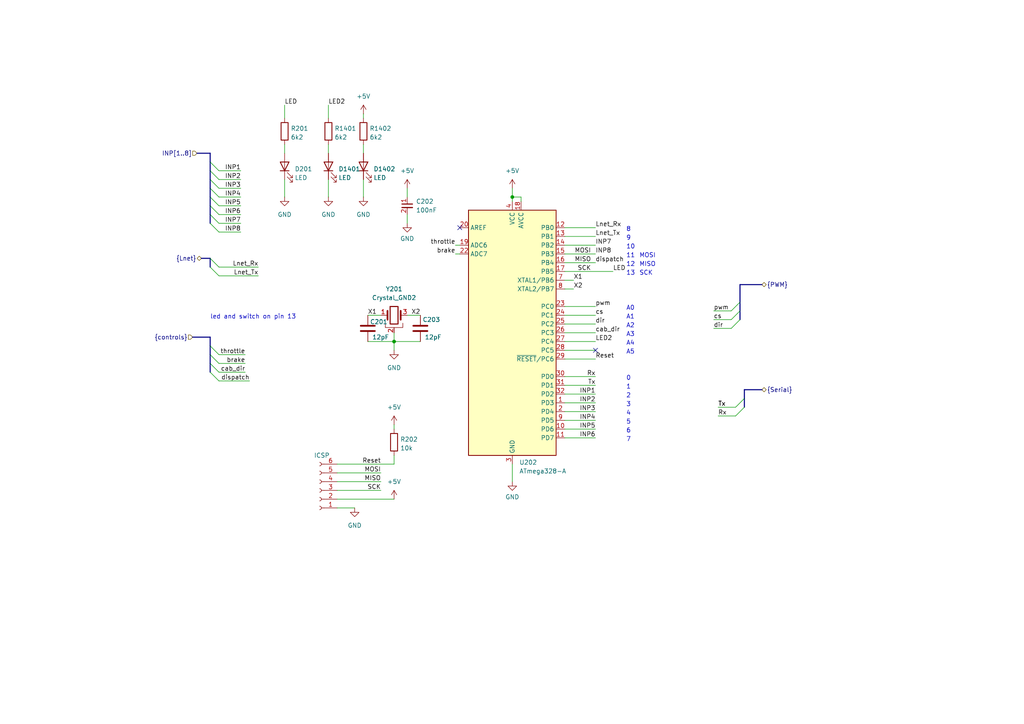
<source format=kicad_sch>
(kicad_sch (version 20231120) (generator "eeschema") (generator_version "8.0")
  (paper "A4")
  (lib_symbols
    (symbol "+5V_1" (power) (pin_numbers hide) (pin_names (offset 0) hide)
      (property "Value" "+5V" (at 0 3.556 0))
      (symbol "+5V_1_0_1"
        (polyline (pts (xy -0.762 1.27) (xy 0 2.54)))
        (polyline (pts (xy 0 0) (xy 0 2.54)))
        (polyline (pts (xy 0 2.54) (xy 0.762 1.27)))
      )
      (symbol "+5V_1_1_1"
        (pin power_in line (at 0 0 90) (length 0) (name "~") (number "1"))
      )
    )
    (symbol "Connector:Conn_01x06_Socket" (pin_names (offset 1.016) hide)
      (property "Reference" "J" (at 0 7.62 0))
      (property "Value" "Conn_01x06_Socket" (at 0 -10.16 0))
      (symbol "Conn_01x06_Socket_1_1"
        (arc (start 0 -7.112) (mid -0.5058 -7.62) (end 0 -8.128) (stroke (width 0.1524)))
        (arc (start 0 -4.572) (mid -0.5058 -5.08) (end 0 -5.588) (stroke (width 0.1524)))
        (arc (start 0 -2.032) (mid -0.5058 -2.54) (end 0 -3.048) (stroke (width 0.1524)))
        (polyline (pts (xy -1.27 -7.62) (xy -0.508 -7.62)) (stroke (width 0.1524)))
        (polyline (pts (xy -1.27 -5.08) (xy -0.508 -5.08)) (stroke (width 0.1524)))
        (polyline (pts (xy -1.27 -2.54) (xy -0.508 -2.54)) (stroke (width 0.1524)))
        (polyline (pts (xy -1.27 0) (xy -0.508 0)) (stroke (width 0.1524)))
        (polyline (pts (xy -1.27 2.54) (xy -0.508 2.54)) (stroke (width 0.1524)))
        (polyline (pts (xy -1.27 5.08) (xy -0.508 5.08)) (stroke (width 0.1524)))
        (arc (start 0 0.508) (mid -0.5058 0) (end 0 -0.508) (stroke (width 0.1524)))
        (arc (start 0 3.048) (mid -0.5058 2.54) (end 0 2.032) (stroke (width 0.1524)))
        (arc (start 0 5.588) (mid -0.5058 5.08) (end 0 4.572) (stroke (width 0.1524)))
        (pin passive line (at -5.08 5.08 0) (length 3.81) (name "Pin_1") (number "1"))
        (pin passive line (at -5.08 2.54 0) (length 3.81) (name "Pin_2") (number "2"))
        (pin passive line (at -5.08 0 0) (length 3.81) (name "Pin_3") (number "3"))
        (pin passive line (at -5.08 -2.54 0) (length 3.81) (name "Pin_4") (number "4"))
        (pin passive line (at -5.08 -5.08 0) (length 3.81) (name "Pin_5") (number "5"))
        (pin passive line (at -5.08 -7.62 0) (length 3.81) (name "Pin_6") (number "6"))
      )
    )
    (symbol "Device:C" (pin_numbers hide) (pin_names (offset 0.254))
      (property "Reference" "C" (at 0.635 2.54 0))
      (property "Value" "C" (at 0.635 -2.54 0))
      (symbol "C_0_1"
        (polyline (pts (xy -2.032 -0.762) (xy 2.032 -0.762)) (stroke (width 0.508)))
        (polyline (pts (xy -2.032 0.762) (xy 2.032 0.762)) (stroke (width 0.508)))
      )
      (symbol "C_1_1"
        (pin passive line (at 0 3.81 270) (length 2.794) (name "~") (number "1"))
        (pin passive line (at 0 -3.81 90) (length 2.794) (name "~") (number "2"))
      )
    )
    (symbol "Device:LED" (pin_numbers hide) (pin_names (offset 1.016) hide)
      (property "Reference" "D" (at 0 2.54 0))
      (property "Value" "LED" (at 0 -2.54 0))
      (symbol "LED_0_1"
        (polyline (pts (xy -1.27 -1.27) (xy -1.27 1.27)) (stroke (width 0.254)))
        (polyline (pts (xy -1.27 0) (xy 1.27 0)))
        (polyline (pts (xy 1.27 -1.27) (xy 1.27 1.27) (xy -1.27 0) (xy 1.27 -1.27)) (stroke (width 0.254)))
        (polyline (pts (xy -3.048 -0.762) (xy -4.572 -2.286) (xy -3.81 -2.286) (xy -4.572 -2.286) (xy -4.572 -1.524)))
        (polyline (pts (xy -1.778 -0.762) (xy -3.302 -2.286) (xy -2.54 -2.286) (xy -3.302 -2.286) (xy -3.302 -1.524)))
      )
      (symbol "LED_1_1"
        (pin passive line (at -3.81 0 0) (length 2.54) (name "K") (number "1"))
        (pin passive line (at 3.81 0 180) (length 2.54) (name "A") (number "2"))
      )
    )
    (symbol "Device:R" (pin_numbers hide) (pin_names (offset 0))
      (property "Reference" "R" (at 2.032 0 90))
      (property "Value" "R" (at 0 0 90))
      (symbol "R_0_1"
        (rectangle (start -1.016 -2.54) (end 1.016 2.54) (stroke (width 0.254)))
      )
      (symbol "R_1_1"
        (pin passive line (at 0 3.81 270) (length 1.27) (name "~") (number "1"))
        (pin passive line (at 0 -3.81 90) (length 1.27) (name "~") (number "2"))
      )
    )
    (symbol "GND_1" (power) (pin_names (offset 0))
      (property "Value" "GND_1" (at 0 -3.81 0))
      (symbol "GND_1_0_1"
        (polyline (pts (xy 0 0) (xy 0 -1.27) (xy 1.27 -1.27) (xy 0 -2.54) (xy -1.27 -1.27) (xy 0 -1.27)))
      )
      (symbol "GND_1_1_1"
        (pin power_in line (at 0 0 270) (length 0) hide (name "GND") (number "1"))
      )
    )
    (symbol "GND_2" (power) (pin_numbers hide) (pin_names (offset 0) hide)
      (property "Value" "GND" (at 0 -3.81 0))
      (symbol "GND_2_0_1"
        (polyline (pts (xy 0 0) (xy 0 -1.27) (xy 1.27 -1.27) (xy 0 -2.54) (xy -1.27 -1.27) (xy 0 -1.27)))
      )
      (symbol "GND_2_1_1"
        (pin power_in line (at 0 0 270) (length 0) (name "~") (number "1"))
      )
    )
    (symbol "MCU_Microchip_ATmega:ATmega328-A"
      (property "Reference" "U" (at -12.7 36.83 0))
      (property "Value" "ATmega328-A" (at 2.54 -36.83 0))
      (symbol "ATmega328-A_0_1"
        (rectangle (start -12.7 -35.56) (end 12.7 35.56) (stroke (width 0.254)) (fill (type background)))
      )
      (symbol "ATmega328-A_1_1"
        (pin bidirectional line (at 15.24 -20.32 180) (length 2.54) (name "PD3") (number "1"))
        (pin bidirectional line (at 15.24 -27.94 180) (length 2.54) (name "PD6") (number "10"))
        (pin bidirectional line (at 15.24 -30.48 180) (length 2.54) (name "PD7") (number "11"))
        (pin bidirectional line (at 15.24 30.48 180) (length 2.54) (name "PB0") (number "12"))
        (pin bidirectional line (at 15.24 27.94 180) (length 2.54) (name "PB1") (number "13"))
        (pin bidirectional line (at 15.24 25.4 180) (length 2.54) (name "PB2") (number "14"))
        (pin bidirectional line (at 15.24 22.86 180) (length 2.54) (name "PB3") (number "15"))
        (pin bidirectional line (at 15.24 20.32 180) (length 2.54) (name "PB4") (number "16"))
        (pin bidirectional line (at 15.24 17.78 180) (length 2.54) (name "PB5") (number "17"))
        (pin power_in line (at 2.54 38.1 270) (length 2.54) (name "AVCC") (number "18"))
        (pin input line (at -15.24 25.4 0) (length 2.54) (name "ADC6") (number "19"))
        (pin bidirectional line (at 15.24 -22.86 180) (length 2.54) (name "PD4") (number "2"))
        (pin passive line (at -15.24 30.48 0) (length 2.54) (name "AREF") (number "20"))
        (pin passive line (at 0 -38.1 90) (length 2.54) hide (name "GND") (number "21"))
        (pin input line (at -15.24 22.86 0) (length 2.54) (name "ADC7") (number "22"))
        (pin bidirectional line (at 15.24 7.62 180) (length 2.54) (name "PC0") (number "23"))
        (pin bidirectional line (at 15.24 5.08 180) (length 2.54) (name "PC1") (number "24"))
        (pin bidirectional line (at 15.24 2.54 180) (length 2.54) (name "PC2") (number "25"))
        (pin bidirectional line (at 15.24 0 180) (length 2.54) (name "PC3") (number "26"))
        (pin bidirectional line (at 15.24 -2.54 180) (length 2.54) (name "PC4") (number "27"))
        (pin bidirectional line (at 15.24 -5.08 180) (length 2.54) (name "PC5") (number "28"))
        (pin bidirectional line (at 15.24 -7.62 180) (length 2.54) (name "~{RESET}/PC6") (number "29"))
        (pin power_in line (at 0 -38.1 90) (length 2.54) (name "GND") (number "3"))
        (pin bidirectional line (at 15.24 -12.7 180) (length 2.54) (name "PD0") (number "30"))
        (pin bidirectional line (at 15.24 -15.24 180) (length 2.54) (name "PD1") (number "31"))
        (pin bidirectional line (at 15.24 -17.78 180) (length 2.54) (name "PD2") (number "32"))
        (pin power_in line (at 0 38.1 270) (length 2.54) (name "VCC") (number "4"))
        (pin passive line (at 0 -38.1 90) (length 2.54) hide (name "GND") (number "5"))
        (pin passive line (at 0 38.1 270) (length 2.54) hide (name "VCC") (number "6"))
        (pin bidirectional line (at 15.24 15.24 180) (length 2.54) (name "XTAL1/PB6") (number "7"))
        (pin bidirectional line (at 15.24 12.7 180) (length 2.54) (name "XTAL2/PB7") (number "8"))
        (pin bidirectional line (at 15.24 -25.4 180) (length 2.54) (name "PD5") (number "9"))
      )
    )
    (symbol "capacitor_miscellaneous:C_0402_100nF"
      (property "Reference" "U" (at 1.27 2.54 0))
      (property "Value" "100nF" (at 3.81 -2.54 0))
      (property "JLCPCB Part#" "C307331" (at 0 0 0))
      (symbol "C_0402_100nF_0_1"
        (polyline (pts (xy -1.524 -0.508) (xy 1.524 -0.508)) (stroke (width 0.3302)))
        (polyline (pts (xy -1.524 0.508) (xy 1.524 0.508)) (stroke (width 0.3048)))
      )
      (symbol "C_0402_100nF_1_1"
        (pin passive line (at 0 2.54 270) (length 2.032) (name "~") (number "1"))
        (pin passive line (at 0 -2.54 90) (length 2.032) (name "~") (number "2"))
      )
    )
    (symbol "custom_kicad_lib_sk:crystal_arduino" (pin_names (offset 1.016) hide)
      (property "Reference" "Y" (at 0 5.715 0))
      (property "Value" "Crystal_GND2" (at 0 3.81 0))
      (property "JLCPCB Part#" "C13738" (at 0 0 0))
      (symbol "crystal_arduino_0_1"
        (rectangle (start -1.143 2.54) (end 1.143 -2.54) (stroke (width 0.3048)))
        (polyline (pts (xy -2.54 0) (xy -1.905 0)))
        (polyline (pts (xy -1.905 -1.27) (xy -1.905 1.27)) (stroke (width 0.508)))
        (polyline (pts (xy 0 -3.81) (xy 0 -3.556)))
        (polyline (pts (xy 1.905 0) (xy 2.54 0)))
        (polyline (pts (xy 1.905 1.27) (xy 1.905 -1.27)) (stroke (width 0.508)))
        (polyline (pts (xy -2.54 -2.286) (xy -2.54 -3.556) (xy 2.54 -3.556) (xy 2.54 -2.286)))
      )
      (symbol "crystal_arduino_1_1"
        (pin passive line (at -3.81 0 0) (length 1.27) (name "1") (number "1"))
        (pin passive line (at 0 -5.08 90) (length 1.27) (name "GND") (number "2"))
        (pin passive line (at 3.81 0 180) (length 1.27) (name "3") (number "3"))
        (pin passive line (at 0 -5.08 90) (length 1.27) hide (name "GND") (number "4"))
      )
    )
    (symbol "power:+5V" (power) (pin_names (offset 0))
      (property "Value" "+5V" (at 0 3.556 0))
      (symbol "+5V_0_1"
        (polyline (pts (xy -0.762 1.27) (xy 0 2.54)))
        (polyline (pts (xy 0 0) (xy 0 2.54)))
        (polyline (pts (xy 0 2.54) (xy 0.762 1.27)))
      )
      (symbol "+5V_1_1"
        (pin power_in line (at 0 0 90) (length 0) hide (name "+5V") (number "1"))
      )
    )
    (symbol "power:GND" (power) (pin_names (offset 0))
      (property "Value" "GND" (at 0 -3.81 0))
      (symbol "GND_0_1"
        (polyline (pts (xy 0 0) (xy 0 -1.27) (xy 1.27 -1.27) (xy 0 -2.54) (xy -1.27 -1.27) (xy 0 -1.27)))
      )
      (symbol "GND_1_1"
        (pin power_in line (at 0 0 270) (length 0) hide (name "GND") (number "1"))
      )
    )
  )
  (junction (at 114.3 99.06))
  (junction (at 148.59 57.15))
  (no_connect (at 133.35 66.04))
  (no_connect (at 172.72 101.6))
  (bus_entry (at 212.09 95.25) (size 2.54 -2.54))
  (bus_entry (at 60.96 52.07) (size 2.54 2.54))
  (bus_entry (at 212.09 92.71) (size 2.54 -2.54))
  (bus_entry (at 63.5 80.01) (size -2.54 -2.54))
  (bus_entry (at 63.5 110.49) (size -2.54 -2.54))
  (bus_entry (at 63.5 107.95) (size -2.54 -2.54))
  (bus_entry (at 60.96 62.23) (size 2.54 2.54))
  (bus_entry (at 213.36 118.11) (size 2.54 -2.54))
  (bus_entry (at 60.96 49.53) (size 2.54 2.54))
  (bus_entry (at 60.96 57.15) (size 2.54 2.54))
  (bus_entry (at 60.96 46.99) (size 2.54 2.54))
  (bus_entry (at 213.36 120.65) (size 2.54 -2.54))
  (bus_entry (at 212.09 90.17) (size 2.54 -2.54))
  (bus_entry (at 63.5 77.47) (size -2.54 -2.54))
  (bus_entry (at 63.5 105.41) (size -2.54 -2.54))
  (bus_entry (at 63.5 102.87) (size -2.54 -2.54))
  (bus_entry (at 60.96 54.61) (size 2.54 2.54))
  (bus_entry (at 60.96 64.77) (size 2.54 2.54))
  (bus_entry (at 60.96 59.69) (size 2.54 2.54))
  (wire (pts (xy 105.41 52.07) (xy 105.41 57.15)))
  (wire (pts (xy 148.59 57.15) (xy 148.59 58.42)))
  (wire (pts (xy 63.5 77.47) (xy 74.93 77.47)))
  (wire (pts (xy 105.41 41.91) (xy 105.41 44.45)))
  (wire (pts (xy 63.5 107.95) (xy 71.12 107.95)))
  (bus (pts (xy 60.96 105.41) (xy 60.96 102.87)))
  (wire (pts (xy 63.5 49.53) (xy 69.85 49.53)))
  (wire (pts (xy 114.3 99.06) (xy 121.92 99.06)))
  (wire (pts (xy 95.25 52.07) (xy 95.25 57.15)))
  (wire (pts (xy 95.25 30.48) (xy 95.25 34.29)))
  (bus (pts (xy 60.96 59.69) (xy 60.96 62.23)))
  (bus (pts (xy 60.96 52.07) (xy 60.96 54.61)))
  (bus (pts (xy 215.9 113.03) (xy 215.9 115.57)))
  (wire (pts (xy 151.13 57.15) (xy 148.59 57.15)))
  (wire (pts (xy 163.83 99.06) (xy 172.72 99.06)))
  (wire (pts (xy 97.79 142.24) (xy 110.49 142.24)))
  (bus (pts (xy 214.63 90.17) (xy 214.63 92.71)))
  (wire (pts (xy 163.83 124.46) (xy 172.72 124.46)))
  (wire (pts (xy 110.49 91.44) (xy 106.68 91.44)))
  (wire (pts (xy 63.5 102.87) (xy 71.12 102.87)))
  (wire (pts (xy 95.25 41.91) (xy 95.25 44.45)))
  (wire (pts (xy 163.83 88.9) (xy 172.72 88.9)))
  (bus (pts (xy 60.96 62.23) (xy 60.96 64.77)))
  (bus (pts (xy 215.9 115.57) (xy 215.9 118.11)))
  (bus (pts (xy 220.98 82.55) (xy 214.63 82.55)))
  (wire (pts (xy 163.83 101.6) (xy 172.72 101.6)))
  (bus (pts (xy 60.96 100.33) (xy 60.96 97.79)))
  (wire (pts (xy 63.5 62.23) (xy 69.85 62.23)))
  (wire (pts (xy 63.5 57.15) (xy 69.85 57.15)))
  (bus (pts (xy 58.42 74.93) (xy 60.96 74.93)))
  (bus (pts (xy 60.96 49.53) (xy 60.96 52.07)))
  (wire (pts (xy 63.5 105.41) (xy 71.12 105.41)))
  (wire (pts (xy 82.55 52.07) (xy 82.55 57.15)))
  (wire (pts (xy 163.83 104.14) (xy 172.72 104.14)))
  (wire (pts (xy 163.83 83.82) (xy 166.37 83.82)))
  (wire (pts (xy 97.79 139.7) (xy 110.49 139.7)))
  (wire (pts (xy 148.59 134.62) (xy 148.59 139.7)))
  (bus (pts (xy 60.96 54.61) (xy 60.96 57.15)))
  (wire (pts (xy 163.83 121.92) (xy 172.72 121.92)))
  (bus (pts (xy 60.96 57.15) (xy 60.96 59.69)))
  (wire (pts (xy 132.08 71.12) (xy 133.35 71.12)))
  (wire (pts (xy 207.01 95.25) (xy 212.09 95.25)))
  (wire (pts (xy 114.3 132.08) (xy 114.3 134.62)))
  (wire (pts (xy 207.01 92.71) (xy 212.09 92.71)))
  (wire (pts (xy 63.5 67.31) (xy 69.85 67.31)))
  (wire (pts (xy 63.5 110.49) (xy 72.39 110.49)))
  (bus (pts (xy 60.96 97.79) (xy 55.88 97.79)))
  (wire (pts (xy 163.83 96.52) (xy 172.72 96.52)))
  (wire (pts (xy 82.55 41.91) (xy 82.55 44.45)))
  (wire (pts (xy 114.3 96.52) (xy 114.3 99.06)))
  (wire (pts (xy 118.11 91.44) (xy 121.92 91.44)))
  (bus (pts (xy 60.96 74.93) (xy 60.96 77.47)))
  (wire (pts (xy 132.08 73.66) (xy 133.35 73.66)))
  (wire (pts (xy 63.5 64.77) (xy 69.85 64.77)))
  (wire (pts (xy 97.79 137.16) (xy 110.49 137.16)))
  (wire (pts (xy 163.83 81.28) (xy 166.37 81.28)))
  (wire (pts (xy 163.83 127) (xy 172.72 127)))
  (bus (pts (xy 60.96 105.41) (xy 60.96 107.95)))
  (wire (pts (xy 148.59 54.61) (xy 148.59 57.15)))
  (wire (pts (xy 63.5 54.61) (xy 69.85 54.61)))
  (bus (pts (xy 214.63 82.55) (xy 214.63 87.63)))
  (wire (pts (xy 82.55 30.48) (xy 82.55 34.29)))
  (bus (pts (xy 60.96 44.45) (xy 60.96 46.99)))
  (wire (pts (xy 105.41 33.02) (xy 105.41 34.29)))
  (wire (pts (xy 63.5 59.69) (xy 69.85 59.69)))
  (bus (pts (xy 60.96 102.87) (xy 60.96 100.33)))
  (bus (pts (xy 57.15 44.45) (xy 60.96 44.45)))
  (wire (pts (xy 118.11 62.23) (xy 118.11 64.77)))
  (bus (pts (xy 60.96 46.99) (xy 60.96 49.53)))
  (wire (pts (xy 163.83 73.66) (xy 172.72 73.66)))
  (wire (pts (xy 114.3 123.19) (xy 114.3 124.46)))
  (wire (pts (xy 163.83 93.98) (xy 172.72 93.98)))
  (wire (pts (xy 163.83 68.58) (xy 172.72 68.58)))
  (wire (pts (xy 163.83 111.76) (xy 172.72 111.76)))
  (wire (pts (xy 106.68 99.06) (xy 114.3 99.06)))
  (wire (pts (xy 118.11 54.61) (xy 118.11 57.15)))
  (wire (pts (xy 163.83 109.22) (xy 172.72 109.22)))
  (wire (pts (xy 63.5 52.07) (xy 69.85 52.07)))
  (wire (pts (xy 163.83 114.3) (xy 172.72 114.3)))
  (wire (pts (xy 208.28 120.65) (xy 213.36 120.65)))
  (wire (pts (xy 97.79 147.32) (xy 102.87 147.32)))
  (wire (pts (xy 114.3 99.06) (xy 114.3 101.6)))
  (wire (pts (xy 163.83 78.74) (xy 177.8 78.74)))
  (wire (pts (xy 151.13 58.42) (xy 151.13 57.15)))
  (wire (pts (xy 207.01 90.17) (xy 212.09 90.17)))
  (wire (pts (xy 63.5 80.01) (xy 74.93 80.01)))
  (wire (pts (xy 97.79 144.78) (xy 114.3 144.78)))
  (wire (pts (xy 163.83 76.2) (xy 172.72 76.2)))
  (bus (pts (xy 214.63 87.63) (xy 214.63 90.17)))
  (wire (pts (xy 208.28 118.11) (xy 213.36 118.11)))
  (bus (pts (xy 220.98 113.03) (xy 215.9 113.03)))
  (wire (pts (xy 163.83 66.04) (xy 172.72 66.04)))
  (wire (pts (xy 97.79 134.62) (xy 114.3 134.62)))
  (wire (pts (xy 163.83 119.38) (xy 172.72 119.38)))
  (wire (pts (xy 163.83 91.44) (xy 172.72 91.44)))
  (wire (pts (xy 163.83 116.84) (xy 172.72 116.84)))
  (wire (pts (xy 163.83 71.12) (xy 172.72 71.12)))
  (text "8" (at 181.61 67.31 0) (effects (font (size 1.27 1.27)) (justify left bottom)))
  (text "A4" (at 181.61 100.33 0) (effects (font (size 1.27 1.27)) (justify left bottom)))
  (text "12" (at 181.61 77.47 0) (effects (font (size 1.27 1.27)) (justify left bottom)))
  (text "2" (at 181.61 115.57 0) (effects (font (size 1.27 1.27)) (justify left bottom)))
  (text "3" (at 181.61 118.11 0) (effects (font (size 1.27 1.27)) (justify left bottom)))
  (text "6" (at 181.61 125.73 0) (effects (font (size 1.27 1.27)) (justify left bottom)))
  (text "0" (at 181.61 110.49 0) (effects (font (size 1.27 1.27)) (justify left bottom)))
  (text "SCK" (at 185.42 80.01 0) (effects (font (size 1.27 1.27)) (justify left bottom)))
  (text "10" (at 181.61 72.39 0) (effects (font (size 1.27 1.27)) (justify left bottom)))
  (text "A5" (at 181.61 102.87 0) (effects (font (size 1.27 1.27)) (justify left bottom)))
  (text "A1" (at 181.61 92.71 0) (effects (font (size 1.27 1.27)) (justify left bottom)))
  (text "A3" (at 181.61 97.79 0) (effects (font (size 1.27 1.27)) (justify left bottom)))
  (text "7" (at 181.61 128.27 0) (effects (font (size 1.27 1.27)) (justify left bottom)))
  (text "A2" (at 181.61 95.25 0) (effects (font (size 1.27 1.27)) (justify left bottom)))
  (text "MISO" (at 185.42 77.47 0) (effects (font (size 1.27 1.27)) (justify left bottom)))
  (text "13" (at 181.61 80.01 0) (effects (font (size 1.27 1.27)) (justify left bottom)))
  (text "1" (at 181.61 113.03 0) (effects (font (size 1.27 1.27)) (justify left bottom)))
  (text "11" (at 181.61 74.93 0) (effects (font (size 1.27 1.27)) (justify left bottom)))
  (text "5" (at 181.61 123.19 0) (effects (font (size 1.27 1.27)) (justify left bottom)))
  (text "A0" (at 181.61 90.17 0) (effects (font (size 1.27 1.27)) (justify left bottom)))
  (text "MOSI" (at 185.42 74.93 0) (effects (font (size 1.27 1.27)) (justify left bottom)))
  (text "led and switch on pin 13" (at 60.96 92.71 0) (effects (font (size 1.27 1.27)) (justify left bottom)))
  (text "4" (at 181.61 120.65 0) (effects (font (size 1.27 1.27)) (justify left bottom)))
  (text "9" (at 181.61 69.85 0) (effects (font (size 1.27 1.27)) (justify left bottom)))
  (label "LED2" (at 172.72 99.06 0))
  (label "cab_dir" (at 172.72 96.52 0))
  (label "Rx" (at 208.28 120.65 0))
  (label "Reset" (at 110.49 134.62 180))
  (label "X1" (at 106.68 91.44 0))
  (label "X2" (at 166.37 83.82 0))
  (label "pwm" (at 207.01 90.17 0))
  (label "Tx" (at 208.28 118.11 0))
  (label "INP5" (at 172.72 124.46 180))
  (label "Tx" (at 208.28 118.11 0))
  (label "INP6" (at 172.72 127 180))
  (label "dispatch" (at 172.72 76.2 0))
  (label "throttle" (at 132.08 71.12 180))
  (label "LED2" (at 95.25 30.48 0))
  (label "cs" (at 172.72 91.44 0))
  (label "Rx" (at 172.72 109.22 180))
  (label "Reset" (at 172.72 104.14 0))
  (label "cab_dir" (at 71.12 107.95 180))
  (label "INP6" (at 69.85 62.23 180))
  (label "MOSI" (at 171.45 73.66 180))
  (label "Lnet_Tx" (at 74.93 80.01 180))
  (label "SCK" (at 110.49 142.24 180))
  (label "INP8" (at 69.85 67.31 180))
  (label "INP2" (at 69.85 52.07 180))
  (label "Tx" (at 172.72 111.76 180))
  (label "MISO" (at 110.49 139.7 180))
  (label "MOSI" (at 110.49 137.16 180))
  (label "pwm" (at 172.72 88.9 0))
  (label "brake" (at 71.12 105.41 180))
  (label "Lnet_Tx" (at 172.72 68.58 0))
  (label "LED" (at 177.8 78.74 0))
  (label "dir" (at 207.01 95.25 0))
  (label "Lnet_Rx" (at 74.93 77.47 180))
  (label "cs" (at 207.01 92.71 0))
  (label "INP7" (at 172.72 71.12 0))
  (label "X1" (at 166.37 81.28 0))
  (label "INP4" (at 172.72 121.92 180))
  (label "INP7" (at 69.85 64.77 180))
  (label "Lnet_Rx" (at 172.72 66.04 0))
  (label "throttle" (at 71.12 102.87 180))
  (label "INP8" (at 172.72 73.66 0))
  (label "SCK" (at 171.45 78.74 180))
  (label "INP3" (at 69.85 54.61 180))
  (label "INP5" (at 69.85 59.69 180))
  (label "MISO" (at 171.45 76.2 180))
  (label "LED" (at 82.55 30.48 0))
  (label "brake" (at 132.08 73.66 180))
  (label "INP3" (at 172.72 119.38 180))
  (label "INP4" (at 69.85 57.15 180))
  (label "INP1" (at 69.85 49.53 180))
  (label "dir" (at 172.72 93.98 0))
  (label "INP1" (at 172.72 114.3 180))
  (label "INP2" (at 172.72 116.84 180))
  (label "dispatch" (at 72.39 110.49 180))
  (label "X2" (at 121.92 91.44 180))
  (hierarchical_label "{Serial}" (shape bidirectional) (at 220.98 113.03 0))
  (hierarchical_label "{Lnet}" (shape bidirectional) (at 58.42 74.93 180))
  (hierarchical_label "INP[1..8]" (shape input) (at 57.15 44.45 180))
  (hierarchical_label "{PWM}" (shape bidirectional) (at 220.98 82.55 0))
  (hierarchical_label "{controls}" (shape input) (at 55.88 97.79 180))
  (symbol (lib_name "GND_1") (lib_id "power:GND") (at 114.3 101.6 0) (unit 1)
    (property "Reference" "#PWR0207" (effects (hide yes)))
    (property "Value" "GND" (at 114.3 106.68 0))
    (instances (project "atmega328" (path "" (reference "#PWR0207") (unit 1))) (project "CabControlPWM" (path "" (reference "#PWR0116") (unit 1))))
  )
  (symbol (lib_id "custom_kicad_lib_sk:crystal_arduino") (at 114.3 91.44 0) (unit 1)
    (property "Reference" "Y201" (at 114.3 83.82 0))
    (property "Value" "Crystal_GND2" (at 114.3 86.36 0))
    (property "Footprint" "custom_kicad_lib_sk:crystal_arduino" (effects (hide yes)))
    (property "JLCPCB Part#" "C13738" (effects (hide yes)))
    (instances (project "atmega328" (path "" (reference "Y201") (unit 1))) (project "CabControlPWM" (path "" (reference "Y201") (unit 1))) (project "general_schematics" (path "" (reference "Y?") (unit 1)) (path "" (reference "Y1401") (unit 1))))
  )
  (symbol (lib_id "Device:C") (at 121.92 95.25 180) (unit 1)
    (property "Reference" "C203" (at 122.555 92.71 0) (effects (justify right)))
    (property "Value" "12pF" (at 123.19 97.79 0) (effects (justify right)))
    (property "Footprint" "Capacitor_SMD:C_0603_1608Metric" (effects (hide yes)))
    (property "JLCPCB Part#" "C38523" (effects (hide yes)))
    (instances (project "atmega328" (path "" (reference "C203") (unit 1))) (project "CabControlPWM" (path "" (reference "C203") (unit 1))) (project "general_schematics" (path "" (reference "C?") (unit 1)) (path "" (reference "C1403") (unit 1))))
  )
  (symbol (lib_id "Device:R") (at 82.55 38.1 0) (unit 1)
    (property "Reference" "R201" (at 84.328 37.2653 0) (effects (justify left)))
    (property "Value" "6k2" (at 84.328 39.8022 0) (effects (justify left)))
    (property "Footprint" "Resistor_SMD:R_0603_1608Metric_Pad0.98x0.95mm_HandSolder" (effects (hide yes)))
    (property "JLCPCB Part#" "C4260" (effects (hide yes)))
    (instances (project "atmega328" (path "" (reference "R201") (unit 1))) (project "CabControlPWM" (path "" (reference "R201") (unit 1))) (project "general_schematics" (path "" (reference "R1401") (unit 1))))
  )
  (symbol (lib_id "MCU_Microchip_ATmega:ATmega328-A") (at 148.59 96.52 0) (unit 1)
    (property "Reference" "U202" (at 150.6094 134.1104 0) (effects (justify left)))
    (property "Value" "ATmega328-A" (at 150.6094 136.6473 0) (effects (justify left)))
    (property "Footprint" "Package_QFP:TQFP-32_7x7mm_P0.8mm" (effects (hide yes)))
    (property "Datasheet" "http://ww1.microchip.com/downloads/en/DeviceDoc/ATmega328_P%20AVR%20MCU%20with%20picoPower%20Technology%20Data%20Sheet%2040001984A.pdf" (effects (hide yes)))
    (property "JLCPCB Part#" "C14877" (effects (hide yes)))
    (instances (project "atmega328" (path "" (reference "U202") (unit 1))) (project "CabControlPWM" (path "" (reference "U202") (unit 1))) (project "general_schematics" (path "" (reference "U1402") (unit 1))))
  )
  (symbol (lib_id "Connector:Conn_01x06_Socket") (at 92.71 142.24 180) (unit 1)
    (property "Reference" "J202" (effects (hide yes)))
    (property "Value" "ICSP" (at 93.345 132.08 0))
    (property "Footprint" "Connector_PinHeader_2.54mm:PinHeader_1x06_P2.54mm_Vertical" (effects (hide yes)))
  )
  (symbol (lib_id "power:+5V") (at 148.59 54.61 0) (unit 1)
    (property "Reference" "#PWR0205" (effects (hide yes)))
    (property "Value" "+5V" (at 148.59 49.53 0))
    (instances (project "atmega328" (path "" (reference "#PWR0205") (unit 1))) (project "CabControlPWM" (path "" (reference "#PWR0118") (unit 1))))
  )
  (symbol (lib_id "power:GND") (at 118.11 64.77 0) (unit 1)
    (property "Reference" "#PWR0201" (effects (hide yes)))
    (property "Value" "GND" (at 118.11 69.2134 0))
    (instances (project "atmega328" (path "" (reference "#PWR0201") (unit 1))) (project "CabControlPWM" (path "" (reference "#PWR0120") (unit 1))) (project "general_schematics" (path "" (reference "#PWR0137") (unit 1))))
  )
  (symbol (lib_id "Device:C") (at 106.68 95.25 180) (unit 1)
    (property "Reference" "C201" (at 107.315 93.345 0) (effects (justify right)))
    (property "Value" "12pF" (at 107.95 97.79 0) (effects (justify right)))
    (property "Footprint" "Capacitor_SMD:C_0603_1608Metric" (effects (hide yes)))
    (property "JLCPCB Part#" "C38523" (effects (hide yes)))
    (instances (project "atmega328" (path "" (reference "C201") (unit 1))) (project "CabControlPWM" (path "" (reference "C201") (unit 1))) (project "general_schematics" (path "" (reference "C?") (unit 1)) (path "" (reference "C1401") (unit 1))))
  )
  (symbol (lib_name "+5V_1") (lib_id "power:+5V") (at 105.41 33.02 0) (unit 1)
    (property "Reference" "#PWR01404" (effects (hide yes)))
    (property "Value" "+5V" (at 105.41 27.94 0))
    (property "Description" "Power symbol creates a global label with name \"+5V\"" (effects (hide yes)))
  )
  (symbol (lib_id "Device:LED") (at 95.25 48.26 90) (unit 1)
    (property "Reference" "D1401" (at 98.171 49.0128 90) (effects (justify right)))
    (property "Value" "LED" (at 98.171 51.5497 90) (effects (justify right)))
    (property "Footprint" "LED_THT:LED_D3.0mm" (effects (hide yes)))
  )
  (symbol (lib_id "power:GND") (at 148.59 139.7 0) (unit 1)
    (property "Reference" "#PWR0202" (effects (hide yes)))
    (property "Value" "GND" (at 148.59 144.1434 0))
    (instances (project "atmega328" (path "" (reference "#PWR0202") (unit 1))) (project "CabControlPWM" (path "" (reference "#PWR0114") (unit 1))) (project "general_schematics" (path "" (reference "#PWR0138") (unit 1))))
  )
  (symbol (lib_id "Device:LED") (at 82.55 48.26 90) (unit 1)
    (property "Reference" "D201" (at 85.471 49.0128 90) (effects (justify right)))
    (property "Value" "LED" (at 85.471 51.5497 90) (effects (justify right)))
    (property "Footprint" "LED_THT:LED_D3.0mm" (effects (hide yes)))
    (instances (project "atmega328" (path "" (reference "D201") (unit 1))) (project "CabControlPWM" (path "" (reference "D201") (unit 1))) (project "general_schematics" (path "" (reference "D1401") (unit 1))))
  )
  (symbol (lib_name "GND_2") (lib_id "power:GND") (at 95.25 57.15 0) (unit 1)
    (property "Reference" "#PWR01402" (effects (hide yes)))
    (property "Value" "GND" (at 95.25 62.23 0))
    (property "Description" "Power symbol creates a global label with name \"GND\" , ground" (effects (hide yes)))
  )
  (symbol (lib_id "Device:R") (at 105.41 38.1 0) (unit 1)
    (property "Reference" "R1402" (at 107.188 37.2653 0) (effects (justify left)))
    (property "Value" "6k2" (at 107.188 39.8022 0) (effects (justify left)))
    (property "Footprint" "Resistor_SMD:R_0603_1608Metric_Pad0.98x0.95mm_HandSolder" (effects (hide yes)))
    (property "JLCPCB Part#" "C4260" (effects (hide yes)))
  )
  (symbol (lib_id "Device:R") (at 95.25 38.1 0) (unit 1)
    (property "Reference" "R1401" (at 97.028 37.2653 0) (effects (justify left)))
    (property "Value" "6k2" (at 97.028 39.8022 0) (effects (justify left)))
    (property "Footprint" "Resistor_SMD:R_0603_1608Metric_Pad0.98x0.95mm_HandSolder" (effects (hide yes)))
    (property "JLCPCB Part#" "C4260" (effects (hide yes)))
  )
  (symbol (lib_id "Device:R") (at 114.3 128.27 0) (unit 1)
    (property "Reference" "R202" (at 116.078 127.4353 0) (effects (justify left)))
    (property "Value" "10k" (at 116.078 129.9722 0) (effects (justify left)))
    (property "Footprint" "Resistor_SMD:R_0402_1005Metric_Pad0.72x0.64mm_HandSolder" (effects (hide yes)))
    (property "JLCPCB Part#" "C25744" (effects (hide yes)))
    (instances (project "atmega328" (path "" (reference "R202") (unit 1))) (project "CabControlPWM" (path "" (reference "R202") (unit 1))) (project "general_schematics" (path "" (reference "R1402") (unit 1))))
  )
  (symbol (lib_id "power:+5V") (at 114.3 144.78 0) (unit 1)
    (property "Reference" "#PWR014001" (effects (hide yes)))
    (property "Value" "+5V" (at 114.3 139.7 0))
  )
  (symbol (lib_name "GND_1") (lib_id "power:GND") (at 102.87 147.32 0) (unit 1)
    (property "Reference" "#PWR0102" (effects (hide yes)))
    (property "Value" "GND" (at 102.87 152.4 0))
    (instances (project "atmega328" (path "" (reference "#PWR0102") (unit 1))) (project "CabControlPWM" (path "" (reference "#PWR0115") (unit 1))))
  )
  (symbol (lib_id "capacitor_miscellaneous:C_0402_100nF") (at 118.11 59.69 0) (unit 1)
    (property "Reference" "C202" (at 120.65 58.4263 0) (effects (justify left)))
    (property "Value" "100nF" (at 120.65 60.9663 0) (effects (justify left)))
    (property "Footprint" "Capacitor_SMD:C_0402_1005Metric" (effects (hide yes)))
    (property "JLCPCB Part#" "C307331" (effects (hide yes)))
  )
  (symbol (lib_id "Device:LED") (at 105.41 48.26 90) (unit 1)
    (property "Reference" "D1402" (at 108.331 49.0128 90) (effects (justify right)))
    (property "Value" "LED" (at 108.331 51.5497 90) (effects (justify right)))
    (property "Footprint" "LED_THT:LED_D3.0mm" (effects (hide yes)))
  )
  (symbol (lib_id "power:+5V") (at 114.3 123.19 0) (unit 1)
    (property "Reference" "#PWR0206" (effects (hide yes)))
    (property "Value" "+5V" (at 114.3 118.11 0))
    (instances (project "atmega328" (path "" (reference "#PWR0206") (unit 1))) (project "CabControlPWM" (path "" (reference "#PWR0117") (unit 1))))
  )
  (symbol (lib_name "GND_2") (lib_id "power:GND") (at 105.41 57.15 0) (unit 1)
    (property "Reference" "#PWR01403" (effects (hide yes)))
    (property "Value" "GND" (at 105.41 62.23 0))
    (property "Description" "Power symbol creates a global label with name \"GND\" , ground" (effects (hide yes)))
  )
  (symbol (lib_name "GND_2") (lib_id "power:GND") (at 82.55 57.15 0) (unit 1)
    (property "Reference" "#PWR01401" (effects (hide yes)))
    (property "Value" "GND" (at 82.55 62.23 0))
    (property "Description" "Power symbol creates a global label with name \"GND\" , ground" (effects (hide yes)))
  )
  (symbol (lib_id "power:+5V") (at 118.11 54.61 0) (unit 1)
    (property "Reference" "#PWR0204" (effects (hide yes)))
    (property "Value" "+5V" (at 118.11 49.53 0))
    (instances (project "atmega328" (path "" (reference "#PWR0204") (unit 1))) (project "CabControlPWM" (path "" (reference "#PWR0119") (unit 1))))
  )
)
</source>
